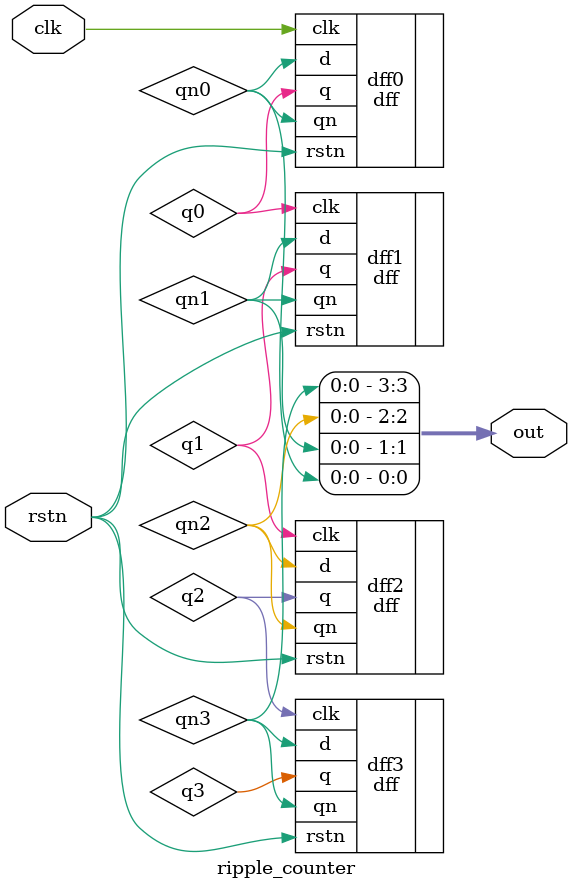
<source format=v>
module ripple_counter(
    input clk,
    input rstn,
    output [3:0] out);

wire q0;
wire qn0;
wire q1;
wire qn1;
wire q2;
wire qn2;
wire q3;
wire qn3;

dff dff0(
    .d(qn0),
    .clk(clk),
    .rstn(rstn),
    .q(q0),
    .qn(qn0)
);

dff dff1(
    .d(qn1),
    .clk(q0),
    .rstn(rstn),
    .q(q1),
    .qn(qn1)
);

dff dff2(
    .d(qn2),
    .clk(q1),
    .rstn(rstn),
    .q(q2),
    .qn(qn2)
);

dff dff3(
    .d(qn3),
    .clk(q2),
    .rstn(rstn),
    .q(q3),
    .qn(qn3)
);

assign out = { qn3, qn2, qn1, qn0 };

endmodule
</source>
